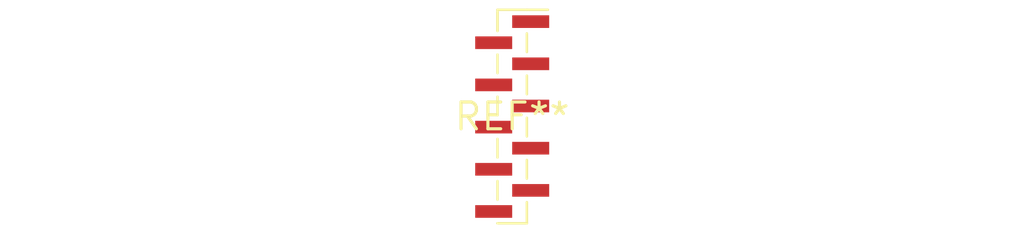
<source format=kicad_pcb>
(kicad_pcb (version 20240108) (generator pcbnew)
  (layers (0 "F.Cu" signal) (31 "B.Cu" signal) (34 "B.Paste" user) (35 "F.Paste" user) (36 "B.SilkS" user "B.Silkscreen") (37 "F.SilkS" user "F.Silkscreen") (38 "B.Mask" user) (39 "F.Mask" user) (44 "Edge.Cuts" user))
  (net 0 "")
  (footprint "PinHeader_1x10_P1.00mm_Vertical_SMD_Pin1Right" (layer "F.Cu") (at 0 0)
    (property "Reference" "REF**")
    (property "Value" "PinHeader_1x10_P1.00mm_Vertical_SMD_Pin1Right")
    (fp_line (start -0.695 -5.06) (end -0.695 -4.06) (layer "F.SilkS") (stroke (width 0.12)))
    (fp_line (start -0.695 -5.06) (end 0.695 -5.06) (layer "F.SilkS") (stroke (width 0.12)))
    (fp_line (start -0.695 -4.94) (end -0.695 -4.06) (layer "F.SilkS") (stroke (width 0.12)))
    (fp_line (start -0.695 -2.94) (end -0.695 -2.06) (layer "F.SilkS") (stroke (width 0.12)))
    (fp_line (start -0.695 -0.94) (end -0.695 -0.06) (layer "F.SilkS") (stroke (width 0.12)))
    (fp_line (start -0.695 1.06) (end -0.695 1.94) (layer "F.SilkS") (stroke (width 0.12)))
    (fp_line (start -0.695 3.06) (end -0.695 3.94) (layer "F.SilkS") (stroke (width 0.12)))
    (fp_line (start -0.695 5.06) (end -0.695 5.06) (layer "F.SilkS") (stroke (width 0.12)))
    (fp_line (start -0.695 5.06) (end 0.695 5.06) (layer "F.SilkS") (stroke (width 0.12)))
    (fp_line (start 0.695 -5.06) (end 0.695 -5.06) (layer "F.SilkS") (stroke (width 0.12)))
    (fp_line (start 0.695 -5.06) (end 1.69 -5.06) (layer "F.SilkS") (stroke (width 0.12)))
    (fp_line (start 0.695 -3.94) (end 0.695 -3.06) (layer "F.SilkS") (stroke (width 0.12)))
    (fp_line (start 0.695 -1.94) (end 0.695 -1.06) (layer "F.SilkS") (stroke (width 0.12)))
    (fp_line (start 0.695 0.06) (end 0.695 0.94) (layer "F.SilkS") (stroke (width 0.12)))
    (fp_line (start 0.695 2.06) (end 0.695 2.94) (layer "F.SilkS") (stroke (width 0.12)))
    (fp_line (start 0.695 4.06) (end 0.695 5.06) (layer "F.SilkS") (stroke (width 0.12)))
    (pad "1" smd rect (at 0.875 -4.5) (size 1.75 0.6) (layers "F.Cu" "F.Paste" "F.Mask"))
    (pad "2" smd rect (at -0.875 -3.5) (size 1.75 0.6) (layers "F.Cu" "F.Paste" "F.Mask"))
    (pad "3" smd rect (at 0.875 -2.5) (size 1.75 0.6) (layers "F.Cu" "F.Paste" "F.Mask"))
    (pad "4" smd rect (at -0.875 -1.5) (size 1.75 0.6) (layers "F.Cu" "F.Paste" "F.Mask"))
    (pad "5" smd rect (at 0.875 -0.5) (size 1.75 0.6) (layers "F.Cu" "F.Paste" "F.Mask"))
    (pad "6" smd rect (at -0.875 0.5) (size 1.75 0.6) (layers "F.Cu" "F.Paste" "F.Mask"))
    (pad "7" smd rect (at 0.875 1.5) (size 1.75 0.6) (layers "F.Cu" "F.Paste" "F.Mask"))
    (pad "8" smd rect (at -0.875 2.5) (size 1.75 0.6) (layers "F.Cu" "F.Paste" "F.Mask"))
    (pad "9" smd rect (at 0.875 3.5) (size 1.75 0.6) (layers "F.Cu" "F.Paste" "F.Mask"))
    (pad "10" smd rect (at -0.875 4.5) (size 1.75 0.6) (layers "F.Cu" "F.Paste" "F.Mask"))
  )
)
</source>
